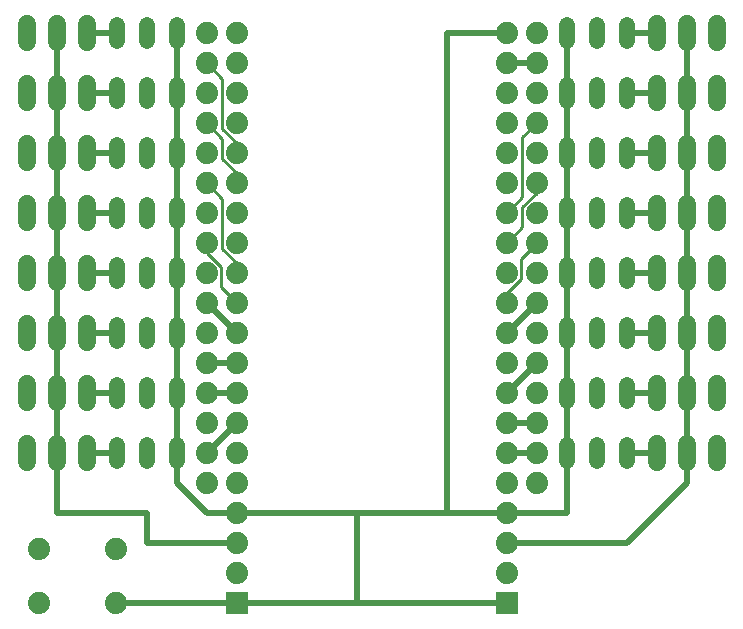
<source format=gbr>
G04 EAGLE Gerber RS-274X export*
G75*
%MOIN*%
%FSLAX34Y34*%
%LPD*%
%INTop Copper*%
%IPPOS*%
%AMOC8*
5,1,8,0,0,1.08239X$1,22.5*%
G01*
%ADD10R,0.074000X0.074000*%
%ADD11C,0.074000*%
%ADD12C,0.052000*%
%ADD13C,0.060000*%
%ADD14C,0.020000*%
%ADD15C,0.010000*%
%ADD16C,0.006000*%


D10*
X9000Y1000D03*
D11*
X9000Y2000D03*
X9000Y3000D03*
X9000Y4000D03*
X9000Y5000D03*
X9000Y6000D03*
X9000Y7000D03*
X9000Y8000D03*
X9000Y9000D03*
X9000Y10000D03*
X9000Y11000D03*
X9000Y12000D03*
X9000Y13000D03*
X9000Y14000D03*
X9000Y15000D03*
X9000Y16000D03*
X9000Y17000D03*
X9000Y18000D03*
X9000Y19000D03*
X9000Y20000D03*
D10*
X18000Y1000D03*
D11*
X18000Y2000D03*
X18000Y3000D03*
X18000Y4000D03*
X18000Y5000D03*
X18000Y6000D03*
X18000Y7000D03*
X18000Y8000D03*
X18000Y9000D03*
X18000Y10000D03*
X18000Y11000D03*
X18000Y12000D03*
X18000Y13000D03*
X18000Y14000D03*
X18000Y15000D03*
X18000Y16000D03*
X18000Y17000D03*
X18000Y18000D03*
X18000Y19000D03*
X18000Y20000D03*
D12*
X22000Y12260D02*
X22000Y11740D01*
X20000Y11740D02*
X20000Y12260D01*
X21000Y12260D02*
X21000Y11740D01*
X5000Y17740D02*
X5000Y18260D01*
X7000Y18260D02*
X7000Y17740D01*
X6000Y17740D02*
X6000Y18260D01*
X5000Y16260D02*
X5000Y15740D01*
X7000Y15740D02*
X7000Y16260D01*
X6000Y16260D02*
X6000Y15740D01*
X5000Y14260D02*
X5000Y13740D01*
X7000Y13740D02*
X7000Y14260D01*
X6000Y14260D02*
X6000Y13740D01*
X5000Y12260D02*
X5000Y11740D01*
X7000Y11740D02*
X7000Y12260D01*
X6000Y12260D02*
X6000Y11740D01*
X5000Y10260D02*
X5000Y9740D01*
X7000Y9740D02*
X7000Y10260D01*
X6000Y10260D02*
X6000Y9740D01*
X5000Y8260D02*
X5000Y7740D01*
X7000Y7740D02*
X7000Y8260D01*
X6000Y8260D02*
X6000Y7740D01*
X5000Y6260D02*
X5000Y5740D01*
X7000Y5740D02*
X7000Y6260D01*
X6000Y6260D02*
X6000Y5740D01*
X22000Y13740D02*
X22000Y14260D01*
X20000Y14260D02*
X20000Y13740D01*
X21000Y13740D02*
X21000Y14260D01*
X22000Y15740D02*
X22000Y16260D01*
X20000Y16260D02*
X20000Y15740D01*
X21000Y15740D02*
X21000Y16260D01*
X22000Y17740D02*
X22000Y18260D01*
X20000Y18260D02*
X20000Y17740D01*
X21000Y17740D02*
X21000Y18260D01*
X22000Y19740D02*
X22000Y20260D01*
X20000Y20260D02*
X20000Y19740D01*
X21000Y19740D02*
X21000Y20260D01*
X22000Y10260D02*
X22000Y9740D01*
X20000Y9740D02*
X20000Y10260D01*
X21000Y10260D02*
X21000Y9740D01*
X22000Y8260D02*
X22000Y7740D01*
X20000Y7740D02*
X20000Y8260D01*
X21000Y8260D02*
X21000Y7740D01*
X22000Y6260D02*
X22000Y5740D01*
X20000Y5740D02*
X20000Y6260D01*
X21000Y6260D02*
X21000Y5740D01*
X5000Y19740D02*
X5000Y20260D01*
X7000Y20260D02*
X7000Y19740D01*
X6000Y19740D02*
X6000Y20260D01*
D11*
X8000Y5000D03*
X8000Y6000D03*
X19000Y17000D03*
X19000Y18000D03*
X19000Y15000D03*
X19000Y16000D03*
X19000Y13000D03*
X19000Y14000D03*
X19000Y11000D03*
X19000Y12000D03*
X19000Y9000D03*
X19000Y10000D03*
X19000Y7000D03*
X19000Y8000D03*
X19000Y6000D03*
X19000Y5000D03*
X8000Y7000D03*
X8000Y8000D03*
X8000Y10000D03*
X8000Y9000D03*
X8000Y12000D03*
X8000Y11000D03*
X8000Y14000D03*
X8000Y13000D03*
X8000Y16000D03*
X8000Y15000D03*
X8000Y18000D03*
X8000Y17000D03*
X8000Y20000D03*
X8000Y19000D03*
X19000Y19000D03*
X19000Y20000D03*
D13*
X23000Y19700D02*
X23000Y20300D01*
X24000Y20300D02*
X24000Y19700D01*
X25000Y19700D02*
X25000Y20300D01*
X4000Y8300D02*
X4000Y7700D01*
X3000Y7700D02*
X3000Y8300D01*
X2000Y8300D02*
X2000Y7700D01*
X4000Y9700D02*
X4000Y10300D01*
X3000Y10300D02*
X3000Y9700D01*
X2000Y9700D02*
X2000Y10300D01*
X4000Y11700D02*
X4000Y12300D01*
X3000Y12300D02*
X3000Y11700D01*
X2000Y11700D02*
X2000Y12300D01*
X4000Y13700D02*
X4000Y14300D01*
X3000Y14300D02*
X3000Y13700D01*
X2000Y13700D02*
X2000Y14300D01*
X4000Y15700D02*
X4000Y16300D01*
X3000Y16300D02*
X3000Y15700D01*
X2000Y15700D02*
X2000Y16300D01*
X4000Y17700D02*
X4000Y18300D01*
X3000Y18300D02*
X3000Y17700D01*
X2000Y17700D02*
X2000Y18300D01*
X4000Y19700D02*
X4000Y20300D01*
X3000Y20300D02*
X3000Y19700D01*
X2000Y19700D02*
X2000Y20300D01*
X23000Y18300D02*
X23000Y17700D01*
X24000Y17700D02*
X24000Y18300D01*
X25000Y18300D02*
X25000Y17700D01*
X23000Y16300D02*
X23000Y15700D01*
X24000Y15700D02*
X24000Y16300D01*
X25000Y16300D02*
X25000Y15700D01*
X23000Y14300D02*
X23000Y13700D01*
X24000Y13700D02*
X24000Y14300D01*
X25000Y14300D02*
X25000Y13700D01*
X23000Y12300D02*
X23000Y11700D01*
X24000Y11700D02*
X24000Y12300D01*
X25000Y12300D02*
X25000Y11700D01*
X23000Y10300D02*
X23000Y9700D01*
X24000Y9700D02*
X24000Y10300D01*
X25000Y10300D02*
X25000Y9700D01*
X23000Y8300D02*
X23000Y7700D01*
X24000Y7700D02*
X24000Y8300D01*
X25000Y8300D02*
X25000Y7700D01*
X23000Y6300D02*
X23000Y5700D01*
X24000Y5700D02*
X24000Y6300D01*
X25000Y6300D02*
X25000Y5700D01*
X4000Y5700D02*
X4000Y6300D01*
X3000Y6300D02*
X3000Y5700D01*
X2000Y5700D02*
X2000Y6300D01*
D11*
X4980Y1010D03*
X2420Y1010D03*
X4980Y2790D03*
X2420Y2790D03*
D14*
X18000Y19000D02*
X19000Y19000D01*
D15*
X18520Y14520D02*
X18000Y14000D01*
X18520Y16520D02*
X19000Y17000D01*
X18520Y16520D02*
X18520Y14520D01*
X18520Y13520D02*
X18000Y13000D01*
X19000Y14679D02*
X19000Y15000D01*
X18520Y14199D02*
X18520Y13520D01*
X18520Y14199D02*
X19000Y14679D01*
D14*
X19000Y6000D02*
X18000Y6000D01*
X18000Y8000D02*
X19000Y9000D01*
X18000Y10000D02*
X19000Y11000D01*
D15*
X18000Y11000D02*
X18000Y11321D01*
X18480Y12480D02*
X19000Y13000D01*
X18480Y11801D02*
X18000Y11321D01*
X18480Y11801D02*
X18480Y12480D01*
D16*
X13000Y4000D02*
X9000Y4000D01*
X13000Y4000D02*
X16000Y4000D01*
X13000Y1000D02*
X9000Y1000D01*
X13000Y1000D02*
X18000Y1000D01*
X5000Y1000D02*
X4990Y1000D01*
X4980Y1010D01*
D14*
X20000Y16000D02*
X20000Y18000D01*
X20000Y20000D01*
X20000Y4000D02*
X18000Y4000D01*
X20000Y4000D02*
X20000Y6000D01*
X20000Y8000D01*
X20000Y10000D01*
X20000Y12000D01*
X20000Y14000D01*
X20000Y16000D01*
X18000Y4000D02*
X16000Y4000D01*
X9000Y4000D01*
X13000Y4000D02*
X13000Y1000D01*
X9000Y1000D02*
X18000Y1000D01*
X9000Y1000D02*
X5000Y1000D01*
X7000Y18000D02*
X7000Y20000D01*
X7000Y18000D02*
X7000Y16000D01*
X7000Y14000D01*
X7000Y12000D01*
X7000Y10000D01*
X7000Y8000D01*
X7000Y6000D01*
X7000Y5000D01*
X8000Y4000D01*
X9000Y4000D01*
X16000Y20000D02*
X18000Y20000D01*
X16000Y20000D02*
X16000Y4000D01*
X5000Y20000D02*
X4000Y20000D01*
X4000Y18000D02*
X5000Y18000D01*
X5000Y16000D02*
X4000Y16000D01*
X4000Y14000D02*
X5000Y14000D01*
X5000Y12000D02*
X4000Y12000D01*
X4000Y10000D02*
X5000Y10000D01*
X5000Y8000D02*
X4000Y8000D01*
X4000Y6000D02*
X5000Y6000D01*
X22000Y6000D02*
X23000Y6000D01*
X23000Y8000D02*
X22000Y8000D01*
X22000Y10000D02*
X23000Y10000D01*
X23000Y12000D02*
X22000Y12000D01*
X22000Y14000D02*
X23000Y14000D01*
X23000Y16000D02*
X22000Y16000D01*
X22000Y18000D02*
X23000Y18000D01*
X23000Y20000D02*
X22000Y20000D01*
X24000Y8000D02*
X24000Y6000D01*
X24000Y8000D02*
X24000Y10000D01*
X24000Y12000D01*
X24000Y14000D01*
X24000Y16000D01*
X24000Y18000D01*
X24000Y20000D01*
X9000Y3000D02*
X6000Y3000D01*
X3000Y6000D02*
X3000Y8000D01*
X3000Y10000D01*
X3000Y12000D01*
X3000Y14000D01*
X3000Y16000D01*
X3000Y18000D01*
X3000Y20000D01*
X6000Y4000D02*
X6000Y3000D01*
X6000Y4000D02*
X3000Y4000D01*
X3000Y6000D01*
X22000Y3000D02*
X24000Y5000D01*
X24000Y6000D01*
X22000Y3000D02*
X18000Y3000D01*
D15*
X9000Y16000D02*
X9000Y16321D01*
X8520Y18480D02*
X8000Y19000D01*
X8520Y16801D02*
X9000Y16321D01*
X8520Y16801D02*
X8520Y18480D01*
X9000Y15321D02*
X9000Y15000D01*
X8520Y16480D02*
X8000Y17000D01*
X8520Y15801D02*
X9000Y15321D01*
X8520Y15801D02*
X8520Y16480D01*
X9000Y12321D02*
X9000Y12000D01*
X8520Y14480D02*
X8000Y15000D01*
X8520Y12801D02*
X9000Y12321D01*
X8520Y12801D02*
X8520Y14480D01*
X8480Y11520D02*
X9000Y11000D01*
X8000Y12679D02*
X8000Y13000D01*
X8480Y12199D02*
X8480Y11520D01*
X8480Y12199D02*
X8000Y12679D01*
D14*
X8000Y11000D02*
X9000Y10000D01*
X9000Y9000D02*
X8000Y9000D01*
X8000Y8000D02*
X9000Y8000D01*
X9000Y7000D02*
X8000Y6000D01*
X18000Y7000D02*
X19000Y7000D01*
M02*

</source>
